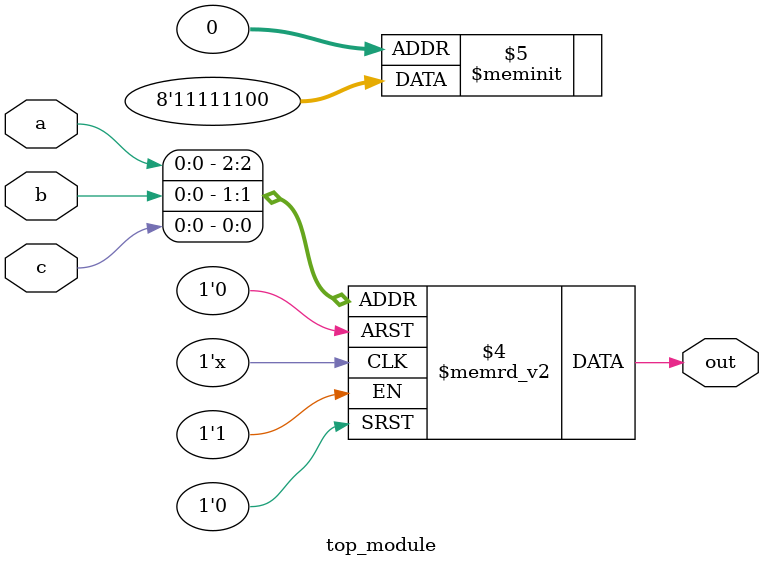
<source format=sv>
module top_module(
  input a, 
  input b,
  input c,
  output out
);
  reg out;
  
  always @(a or b or c)
  begin
    case ({a,b,c})
      3'b000, 3'b001:
        out = 1'b0;
      3'b010, 3'b011, 3'b100, 3'b101:
        out = 1'b1;
      3'b110, 3'b111:
        out = 1'b1;
      default:
        out = 1'b0;
    endcase
  end
endmodule

</source>
